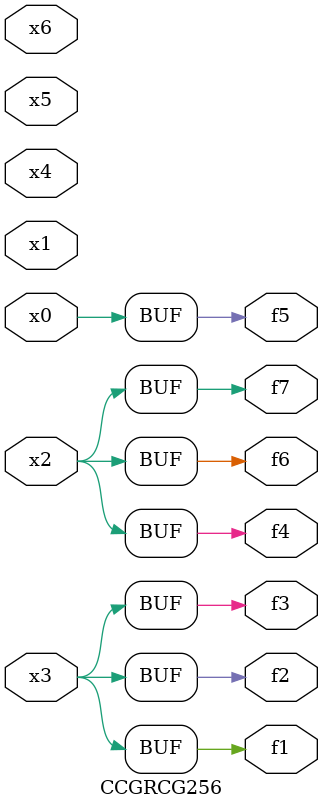
<source format=v>
module CCGRCG256(
	input x0, x1, x2, x3, x4, x5, x6,
	output f1, f2, f3, f4, f5, f6, f7
);
	assign f1 = x3;
	assign f2 = x3;
	assign f3 = x3;
	assign f4 = x2;
	assign f5 = x0;
	assign f6 = x2;
	assign f7 = x2;
endmodule

</source>
